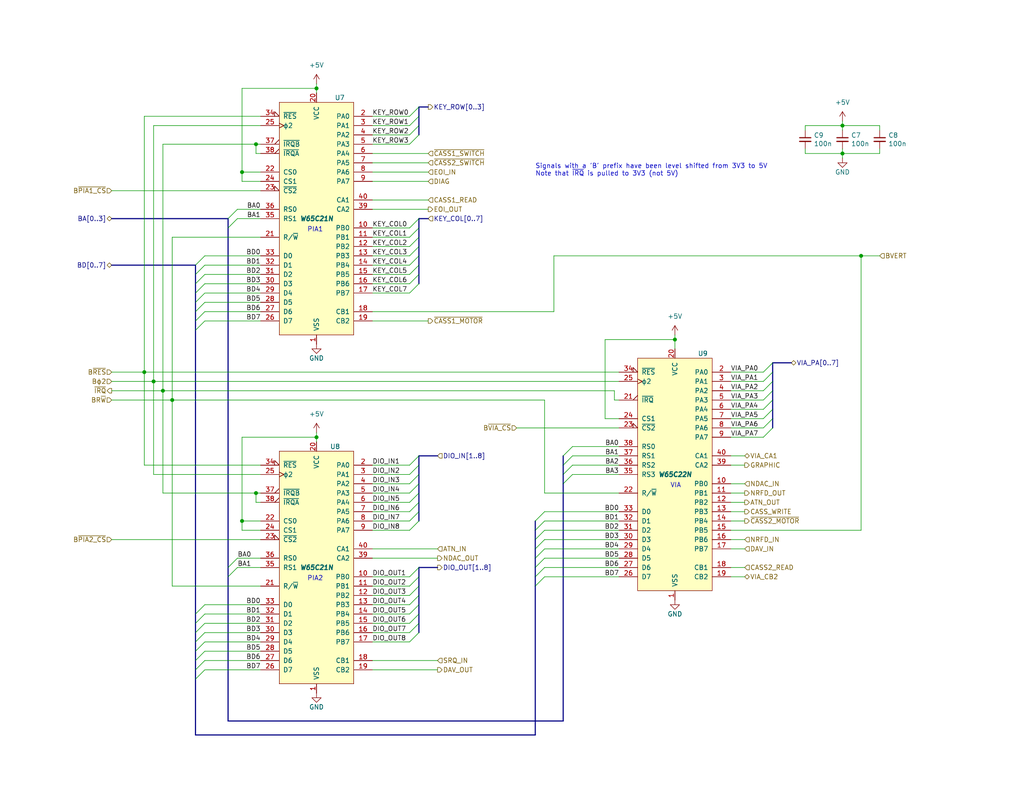
<source format=kicad_sch>
(kicad_sch (version 20211123) (generator eeschema)
  (paper "A")
  (title_block (title "CBM PET Mainboard Replacement"))
  (lib_symbols
    (symbol "Device:C_Small" (pin_numbers hide) (pin_names (offset 0.254) hide)
      (property "Reference" "C" (at 0.254 1.778 0))
      (property "Value" "C_Small" (at 0.254 -2.032 0))
      (symbol "C_Small_0_1"
        (polyline (pts (xy -1.524 -0.508) (xy 1.524 -0.508)) (stroke (width 0.3302)))
        (polyline (pts (xy -1.524 0.508) (xy 1.524 0.508)) (stroke (width 0.3048)))
      )
      (symbol "C_Small_1_1"
        (pin passive line (at 0 2.54 270) (length 2.032) (name "~") (number "1"))
        (pin passive line (at 0 -2.54 90) (length 2.032) (name "~") (number "2"))
      )
    )
    (symbol "Mainboard-rescue:W65C21NxP-PET" (pin_names (offset 1.016))
      (property "Reference" "U" (at -10.16 33.02 0))
      (property "Value" "W65C21NxP-PET" (at 0 0 90))
      (symbol "W65C21NxP-PET_0_1"
        (rectangle (start -10.16 31.75) (end 10.16 -31.75) (fill (type background)))
      )
      (symbol "W65C21NxP-PET_1_1"
        (pin power_in line (at 0 -34.29 90) (length 2.54) (name "VSS") (number "1"))
        (pin bidirectional line (at 15.24 -2.54 180) (length 5.08) (name "PB0") (number "10"))
        (pin bidirectional line (at 15.24 -5.08 180) (length 5.08) (name "PB1") (number "11"))
        (pin bidirectional line (at 15.24 -7.62 180) (length 5.08) (name "PB2") (number "12"))
        (pin bidirectional line (at 15.24 -10.16 180) (length 5.08) (name "PB3") (number "13"))
        (pin bidirectional line (at 15.24 -12.7 180) (length 5.08) (name "PB4") (number "14"))
        (pin bidirectional line (at 15.24 -15.24 180) (length 5.08) (name "PB5") (number "15"))
        (pin bidirectional line (at 15.24 -17.78 180) (length 5.08) (name "PB6") (number "16"))
        (pin bidirectional line (at 15.24 -20.32 180) (length 5.08) (name "PB7") (number "17"))
        (pin input line (at 15.24 -25.4 180) (length 5.08) (name "CB1") (number "18"))
        (pin bidirectional line (at 15.24 -27.94 180) (length 5.08) (name "CB2") (number "19"))
        (pin bidirectional line (at 15.24 27.94 180) (length 5.08) (name "PA0") (number "2"))
        (pin power_in line (at 0 34.29 270) (length 2.54) (name "VCC") (number "20"))
        (pin input line (at -15.24 -5.08 0) (length 5.08) (name "R/~{W}") (number "21"))
        (pin input line (at -15.24 12.7 0) (length 5.08) (name "CS0") (number "22"))
        (pin input input_low (at -15.24 7.62 0) (length 5.08) (name "~{CS2}") (number "23"))
        (pin input line (at -15.24 10.16 0) (length 5.08) (name "CS1") (number "24"))
        (pin input clock (at -15.24 25.4 0) (length 5.08) (name "ϕ2") (number "25"))
        (pin bidirectional line (at -15.24 -27.94 0) (length 5.08) (name "D7") (number "26"))
        (pin bidirectional line (at -15.24 -25.4 0) (length 5.08) (name "D6") (number "27"))
        (pin bidirectional line (at -15.24 -22.86 0) (length 5.08) (name "D5") (number "28"))
        (pin bidirectional line (at -15.24 -20.32 0) (length 5.08) (name "D4") (number "29"))
        (pin bidirectional line (at 15.24 25.4 180) (length 5.08) (name "PA1") (number "3"))
        (pin bidirectional line (at -15.24 -17.78 0) (length 5.08) (name "D3") (number "30"))
        (pin bidirectional line (at -15.24 -15.24 0) (length 5.08) (name "D2") (number "31"))
        (pin bidirectional line (at -15.24 -12.7 0) (length 5.08) (name "D1") (number "32"))
        (pin bidirectional line (at -15.24 -10.16 0) (length 5.08) (name "D0") (number "33"))
        (pin input input_low (at -15.24 27.94 0) (length 5.08) (name "~{RES}") (number "34"))
        (pin input line (at -15.24 0 0) (length 5.08) (name "RS1") (number "35"))
        (pin input line (at -15.24 2.54 0) (length 5.08) (name "RS0") (number "36"))
        (pin open_collector output_low (at -15.24 20.32 0) (length 5.08) (name "~{IRQB}") (number "37"))
        (pin open_collector output_low (at -15.24 17.78 0) (length 5.08) (name "~{IRQA}") (number "38"))
        (pin bidirectional line (at 15.24 2.54 180) (length 5.08) (name "CA2") (number "39"))
        (pin bidirectional line (at 15.24 22.86 180) (length 5.08) (name "PA2") (number "4"))
        (pin input line (at 15.24 5.08 180) (length 5.08) (name "CA1") (number "40"))
        (pin bidirectional line (at 15.24 20.32 180) (length 5.08) (name "PA3") (number "5"))
        (pin bidirectional line (at 15.24 17.78 180) (length 5.08) (name "PA4") (number "6"))
        (pin bidirectional line (at 15.24 15.24 180) (length 5.08) (name "PA5") (number "7"))
        (pin bidirectional line (at 15.24 12.7 180) (length 5.08) (name "PA6") (number "8"))
        (pin bidirectional line (at 15.24 10.16 180) (length 5.08) (name "PA7") (number "9"))
      )
    )
    (symbol "Mainboard-rescue:W65C22NxP-PET" (pin_names (offset 1.016))
      (property "Reference" "U" (at -10.16 33.02 0))
      (property "Value" "W65C22NxP-PET" (at 0 0 90))
      (symbol "W65C22NxP-PET_0_1"
        (rectangle (start -10.16 31.75) (end 10.16 -31.75) (fill (type background)))
      )
      (symbol "W65C22NxP-PET_1_1"
        (pin power_in line (at 0 -34.29 90) (length 2.54) (name "VSS") (number "1"))
        (pin bidirectional line (at 15.24 -2.54 180) (length 5.08) (name "PB0") (number "10"))
        (pin bidirectional line (at 15.24 -5.08 180) (length 5.08) (name "PB1") (number "11"))
        (pin bidirectional line (at 15.24 -7.62 180) (length 5.08) (name "PB2") (number "12"))
        (pin bidirectional line (at 15.24 -10.16 180) (length 5.08) (name "PB3") (number "13"))
        (pin bidirectional line (at 15.24 -12.7 180) (length 5.08) (name "PB4") (number "14"))
        (pin bidirectional line (at 15.24 -15.24 180) (length 5.08) (name "PB5") (number "15"))
        (pin bidirectional line (at 15.24 -17.78 180) (length 5.08) (name "PB6") (number "16"))
        (pin bidirectional line (at 15.24 -20.32 180) (length 5.08) (name "PB7") (number "17"))
        (pin input line (at 15.24 -25.4 180) (length 5.08) (name "CB1") (number "18"))
        (pin bidirectional line (at 15.24 -27.94 180) (length 5.08) (name "CB2") (number "19"))
        (pin bidirectional line (at 15.24 27.94 180) (length 5.08) (name "PA0") (number "2"))
        (pin power_in line (at 0 34.29 270) (length 2.54) (name "VCC") (number "20"))
        (pin open_collector output_low (at -15.24 20.32 0) (length 5.08) (name "~{IRQ}") (number "21"))
        (pin input line (at -15.24 -5.08 0) (length 5.08) (name "R/~{W}") (number "22"))
        (pin input input_low (at -15.24 12.7 0) (length 5.08) (name "~{CS2}") (number "23"))
        (pin input line (at -15.24 15.24 0) (length 5.08) (name "CS1") (number "24"))
        (pin input clock (at -15.24 25.4 0) (length 5.08) (name "ϕ2") (number "25"))
        (pin bidirectional line (at -15.24 -27.94 0) (length 5.08) (name "D7") (number "26"))
        (pin bidirectional line (at -15.24 -25.4 0) (length 5.08) (name "D6") (number "27"))
        (pin bidirectional line (at -15.24 -22.86 0) (length 5.08) (name "D5") (number "28"))
        (pin bidirectional line (at -15.24 -20.32 0) (length 5.08) (name "D4") (number "29"))
        (pin bidirectional line (at 15.24 25.4 180) (length 5.08) (name "PA1") (number "3"))
        (pin bidirectional line (at -15.24 -17.78 0) (length 5.08) (name "D3") (number "30"))
        (pin bidirectional line (at -15.24 -15.24 0) (length 5.08) (name "D2") (number "31"))
        (pin bidirectional line (at -15.24 -12.7 0) (length 5.08) (name "D1") (number "32"))
        (pin bidirectional line (at -15.24 -10.16 0) (length 5.08) (name "D0") (number "33"))
        (pin input input_low (at -15.24 27.94 0) (length 5.08) (name "~{RES}") (number "34"))
        (pin input line (at -15.24 0 0) (length 5.08) (name "RS3") (number "35"))
        (pin input line (at -15.24 2.54 0) (length 5.08) (name "RS2") (number "36"))
        (pin input line (at -15.24 5.08 0) (length 5.08) (name "RS1") (number "37"))
        (pin input line (at -15.24 7.62 0) (length 5.08) (name "RS0") (number "38"))
        (pin bidirectional line (at 15.24 2.54 180) (length 5.08) (name "CA2") (number "39"))
        (pin bidirectional line (at 15.24 22.86 180) (length 5.08) (name "PA2") (number "4"))
        (pin input line (at 15.24 5.08 180) (length 5.08) (name "CA1") (number "40"))
        (pin bidirectional line (at 15.24 20.32 180) (length 5.08) (name "PA3") (number "5"))
        (pin bidirectional line (at 15.24 17.78 180) (length 5.08) (name "PA4") (number "6"))
        (pin bidirectional line (at 15.24 15.24 180) (length 5.08) (name "PA5") (number "7"))
        (pin bidirectional line (at 15.24 12.7 180) (length 5.08) (name "PA6") (number "8"))
        (pin bidirectional line (at 15.24 10.16 180) (length 5.08) (name "PA7") (number "9"))
      )
    )
    (symbol "power:+5V" (power) (pin_names (offset 0))
      (property "Value" "+5V" (at 0 3.556 0))
      (symbol "+5V_0_1"
        (polyline (pts (xy -0.762 1.27) (xy 0 2.54)))
        (polyline (pts (xy 0 0) (xy 0 2.54)))
        (polyline (pts (xy 0 2.54) (xy 0.762 1.27)))
      )
      (symbol "+5V_1_1"
        (pin power_in line (at 0 0 90) (length 0) hide (name "+5V") (number "1"))
      )
    )
    (symbol "power:GND" (power) (pin_names (offset 0))
      (property "Value" "GND" (at 0 -3.81 0))
      (symbol "GND_0_1"
        (polyline (pts (xy 0 0) (xy 0 -1.27) (xy 1.27 -1.27) (xy 0 -2.54) (xy -1.27 -1.27) (xy 0 -1.27)))
      )
      (symbol "GND_1_1"
        (pin power_in line (at 0 0 270) (length 0) hide (name "GND") (number "1"))
      )
    )
  )
  (junction (at 229.87 34.29))
  (junction (at 86.36 119.38))
  (junction (at 69.85 134.62))
  (junction (at 184.15 92.71))
  (junction (at 66.04 142.24))
  (junction (at 66.04 46.99))
  (junction (at 44.45 106.68))
  (junction (at 229.87 41.91))
  (junction (at 86.36 24.13))
  (junction (at 69.85 39.37))
  (junction (at 234.95 69.85))
  (junction (at 41.91 104.14))
  (junction (at 46.99 109.22))
  (junction (at 39.37 101.6))
  (bus_entry (at 55.88 165.1) (size -2.54 2.54))
  (bus_entry (at 55.88 87.63) (size -2.54 2.54))
  (bus_entry (at 156.21 121.92) (size -2.54 2.54))
  (bus_entry (at 111.76 77.47) (size 2.54 -2.54))
  (bus_entry (at 114.3 162.56) (size -2.54 2.54))
  (bus_entry (at 208.28 116.84) (size 2.54 -2.54))
  (bus_entry (at 64.77 59.69) (size -2.54 2.54))
  (bus_entry (at 148.59 154.94) (size -2.54 2.54))
  (bus_entry (at 55.88 167.64) (size -2.54 2.54))
  (bus_entry (at 208.28 106.68) (size 2.54 -2.54))
  (bus_entry (at 114.3 160.02) (size -2.54 2.54))
  (bus_entry (at 208.28 101.6) (size 2.54 -2.54))
  (bus_entry (at 114.3 29.21) (size -2.54 2.54))
  (bus_entry (at 111.76 80.01) (size 2.54 -2.54))
  (bus_entry (at 114.3 31.75) (size -2.54 2.54))
  (bus_entry (at 55.88 74.93) (size -2.54 2.54))
  (bus_entry (at 148.59 139.7) (size -2.54 2.54))
  (bus_entry (at 111.76 72.39) (size 2.54 -2.54))
  (bus_entry (at 114.3 36.83) (size -2.54 2.54))
  (bus_entry (at 111.76 62.23) (size 2.54 -2.54))
  (bus_entry (at 114.3 134.62) (size -2.54 2.54))
  (bus_entry (at 114.3 142.24) (size -2.54 2.54))
  (bus_entry (at 208.28 119.38) (size 2.54 -2.54))
  (bus_entry (at 64.77 152.4) (size -2.54 2.54))
  (bus_entry (at 111.76 74.93) (size 2.54 -2.54))
  (bus_entry (at 55.88 80.01) (size -2.54 2.54))
  (bus_entry (at 114.3 170.18) (size -2.54 2.54))
  (bus_entry (at 156.21 124.46) (size -2.54 2.54))
  (bus_entry (at 114.3 129.54) (size -2.54 2.54))
  (bus_entry (at 114.3 34.29) (size -2.54 2.54))
  (bus_entry (at 208.28 109.22) (size 2.54 -2.54))
  (bus_entry (at 55.88 85.09) (size -2.54 2.54))
  (bus_entry (at 114.3 139.7) (size -2.54 2.54))
  (bus_entry (at 55.88 175.26) (size -2.54 2.54))
  (bus_entry (at 148.59 144.78) (size -2.54 2.54))
  (bus_entry (at 148.59 142.24) (size -2.54 2.54))
  (bus_entry (at 148.59 157.48) (size -2.54 2.54))
  (bus_entry (at 148.59 147.32) (size -2.54 2.54))
  (bus_entry (at 111.76 64.77) (size 2.54 -2.54))
  (bus_entry (at 114.3 124.46) (size -2.54 2.54))
  (bus_entry (at 114.3 167.64) (size -2.54 2.54))
  (bus_entry (at 156.21 129.54) (size -2.54 2.54))
  (bus_entry (at 208.28 111.76) (size 2.54 -2.54))
  (bus_entry (at 156.21 127) (size -2.54 2.54))
  (bus_entry (at 55.88 170.18) (size -2.54 2.54))
  (bus_entry (at 111.76 69.85) (size 2.54 -2.54))
  (bus_entry (at 64.77 154.94) (size -2.54 2.54))
  (bus_entry (at 114.3 165.1) (size -2.54 2.54))
  (bus_entry (at 55.88 177.8) (size -2.54 2.54))
  (bus_entry (at 55.88 77.47) (size -2.54 2.54))
  (bus_entry (at 55.88 180.34) (size -2.54 2.54))
  (bus_entry (at 55.88 172.72) (size -2.54 2.54))
  (bus_entry (at 148.59 149.86) (size -2.54 2.54))
  (bus_entry (at 55.88 69.85) (size -2.54 2.54))
  (bus_entry (at 114.3 172.72) (size -2.54 2.54))
  (bus_entry (at 114.3 132.08) (size -2.54 2.54))
  (bus_entry (at 114.3 157.48) (size -2.54 2.54))
  (bus_entry (at 114.3 127) (size -2.54 2.54))
  (bus_entry (at 64.77 57.15) (size -2.54 2.54))
  (bus_entry (at 111.76 67.31) (size 2.54 -2.54))
  (bus_entry (at 208.28 104.14) (size 2.54 -2.54))
  (bus_entry (at 114.3 137.16) (size -2.54 2.54))
  (bus_entry (at 148.59 152.4) (size -2.54 2.54))
  (bus_entry (at 55.88 82.55) (size -2.54 2.54))
  (bus_entry (at 208.28 114.3) (size 2.54 -2.54))
  (bus_entry (at 55.88 72.39) (size -2.54 2.54))
  (bus_entry (at 55.88 182.88) (size -2.54 2.54))
  (bus_entry (at 114.3 154.94) (size -2.54 2.54))
  (wire (pts (xy 101.6 170.18) (xy 111.76 170.18)))
  (wire (pts (xy 69.85 137.16) (xy 69.85 134.62)))
  (wire (pts (xy 71.12 129.54) (xy 41.91 129.54)))
  (bus (pts (xy 114.3 162.56) (xy 114.3 165.1)))
  (wire (pts (xy 101.6 44.45) (xy 116.84 44.45)))
  (wire (pts (xy 55.88 182.88) (xy 71.12 182.88)))
  (wire (pts (xy 101.6 127) (xy 111.76 127)))
  (wire (pts (xy 148.59 134.62) (xy 148.59 109.22)))
  (bus (pts (xy 146.05 149.86) (xy 146.05 152.4)))
  (wire (pts (xy 203.2 124.46) (xy 199.39 124.46)))
  (wire (pts (xy 101.6 87.63) (xy 116.84 87.63)))
  (bus (pts (xy 114.3 154.94) (xy 114.3 157.48)))
  (wire (pts (xy 71.12 144.78) (xy 66.04 144.78)))
  (bus (pts (xy 114.3 31.75) (xy 114.3 34.29)))
  (wire (pts (xy 229.87 34.29) (xy 219.71 34.29)))
  (bus (pts (xy 114.3 137.16) (xy 114.3 139.7)))
  (wire (pts (xy 199.39 106.68) (xy 208.28 106.68)))
  (wire (pts (xy 101.6 49.53) (xy 116.84 49.53)))
  (wire (pts (xy 184.15 91.44) (xy 184.15 92.71)))
  (wire (pts (xy 39.37 101.6) (xy 168.91 101.6)))
  (wire (pts (xy 199.39 137.16) (xy 203.2 137.16)))
  (bus (pts (xy 114.3 124.46) (xy 114.3 127)))
  (wire (pts (xy 199.39 104.14) (xy 208.28 104.14)))
  (wire (pts (xy 165.1 92.71) (xy 184.15 92.71)))
  (wire (pts (xy 234.95 69.85) (xy 234.95 144.78)))
  (wire (pts (xy 86.36 118.11) (xy 86.36 119.38)))
  (wire (pts (xy 55.88 82.55) (xy 71.12 82.55)))
  (wire (pts (xy 101.6 175.26) (xy 111.76 175.26)))
  (wire (pts (xy 55.88 74.93) (xy 71.12 74.93)))
  (wire (pts (xy 240.03 41.91) (xy 240.03 40.64)))
  (wire (pts (xy 71.12 137.16) (xy 69.85 137.16)))
  (bus (pts (xy 114.3 34.29) (xy 114.3 36.83)))
  (bus (pts (xy 62.23 154.94) (xy 62.23 157.48)))
  (wire (pts (xy 151.13 69.85) (xy 234.95 69.85)))
  (wire (pts (xy 219.71 41.91) (xy 219.71 40.64)))
  (wire (pts (xy 111.76 77.47) (xy 101.6 77.47)))
  (wire (pts (xy 44.45 134.62) (xy 44.45 106.68)))
  (wire (pts (xy 101.6 129.54) (xy 111.76 129.54)))
  (wire (pts (xy 101.6 167.64) (xy 111.76 167.64)))
  (bus (pts (xy 153.67 127) (xy 153.67 129.54)))
  (wire (pts (xy 240.03 34.29) (xy 229.87 34.29)))
  (wire (pts (xy 86.36 119.38) (xy 86.36 120.65)))
  (wire (pts (xy 184.15 92.71) (xy 184.15 95.25)))
  (wire (pts (xy 199.39 142.24) (xy 203.2 142.24)))
  (wire (pts (xy 101.6 162.56) (xy 111.76 162.56)))
  (wire (pts (xy 199.39 111.76) (xy 208.28 111.76)))
  (wire (pts (xy 148.59 152.4) (xy 168.91 152.4)))
  (wire (pts (xy 148.59 109.22) (xy 46.99 109.22)))
  (wire (pts (xy 69.85 134.62) (xy 44.45 134.62)))
  (bus (pts (xy 53.34 172.72) (xy 53.34 175.26)))
  (wire (pts (xy 64.77 59.69) (xy 71.12 59.69)))
  (wire (pts (xy 199.39 144.78) (xy 234.95 144.78)))
  (wire (pts (xy 55.88 80.01) (xy 71.12 80.01)))
  (wire (pts (xy 55.88 165.1) (xy 71.12 165.1)))
  (bus (pts (xy 53.34 182.88) (xy 53.34 185.42)))
  (bus (pts (xy 114.3 134.62) (xy 114.3 137.16)))
  (wire (pts (xy 148.59 154.94) (xy 168.91 154.94)))
  (bus (pts (xy 210.82 99.06) (xy 215.9 99.06)))
  (bus (pts (xy 114.3 64.77) (xy 114.3 67.31)))
  (bus (pts (xy 146.05 160.02) (xy 146.05 200.66)))
  (wire (pts (xy 66.04 144.78) (xy 66.04 142.24)))
  (wire (pts (xy 46.99 160.02) (xy 46.99 109.22)))
  (wire (pts (xy 111.76 62.23) (xy 101.6 62.23)))
  (bus (pts (xy 114.3 72.39) (xy 114.3 74.93)))
  (bus (pts (xy 62.23 59.69) (xy 62.23 62.23)))
  (bus (pts (xy 210.82 114.3) (xy 210.82 116.84)))
  (wire (pts (xy 66.04 119.38) (xy 86.36 119.38)))
  (wire (pts (xy 111.76 31.75) (xy 101.6 31.75)))
  (bus (pts (xy 114.3 167.64) (xy 114.3 170.18)))
  (bus (pts (xy 114.3 69.85) (xy 114.3 72.39)))
  (wire (pts (xy 55.88 85.09) (xy 71.12 85.09)))
  (wire (pts (xy 156.21 121.92) (xy 168.91 121.92)))
  (wire (pts (xy 148.59 157.48) (xy 168.91 157.48)))
  (wire (pts (xy 199.39 116.84) (xy 208.28 116.84)))
  (wire (pts (xy 71.12 34.29) (xy 41.91 34.29)))
  (wire (pts (xy 101.6 41.91) (xy 116.84 41.91)))
  (wire (pts (xy 101.6 57.15) (xy 116.84 57.15)))
  (wire (pts (xy 44.45 106.68) (xy 167.64 106.68)))
  (wire (pts (xy 101.6 157.48) (xy 111.76 157.48)))
  (wire (pts (xy 151.13 69.85) (xy 151.13 85.09)))
  (bus (pts (xy 53.34 82.55) (xy 53.34 85.09)))
  (wire (pts (xy 111.76 64.77) (xy 101.6 64.77)))
  (wire (pts (xy 168.91 124.46) (xy 156.21 124.46)))
  (wire (pts (xy 101.6 172.72) (xy 111.76 172.72)))
  (wire (pts (xy 71.12 49.53) (xy 66.04 49.53)))
  (wire (pts (xy 101.6 46.99) (xy 116.84 46.99)))
  (bus (pts (xy 114.3 59.69) (xy 116.84 59.69)))
  (bus (pts (xy 146.05 142.24) (xy 146.05 144.78)))
  (wire (pts (xy 229.87 41.91) (xy 219.71 41.91)))
  (wire (pts (xy 148.59 147.32) (xy 168.91 147.32)))
  (wire (pts (xy 41.91 34.29) (xy 41.91 104.14)))
  (wire (pts (xy 69.85 39.37) (xy 44.45 39.37)))
  (wire (pts (xy 229.87 43.18) (xy 229.87 41.91)))
  (wire (pts (xy 64.77 57.15) (xy 71.12 57.15)))
  (bus (pts (xy 62.23 59.69) (xy 30.48 59.69)))
  (bus (pts (xy 114.3 160.02) (xy 114.3 162.56)))
  (wire (pts (xy 101.6 182.88) (xy 119.38 182.88)))
  (wire (pts (xy 168.91 134.62) (xy 148.59 134.62)))
  (wire (pts (xy 101.6 180.34) (xy 119.38 180.34)))
  (wire (pts (xy 71.12 31.75) (xy 39.37 31.75)))
  (wire (pts (xy 71.12 147.32) (xy 30.48 147.32)))
  (wire (pts (xy 101.6 160.02) (xy 111.76 160.02)))
  (wire (pts (xy 101.6 85.09) (xy 151.13 85.09)))
  (wire (pts (xy 101.6 165.1) (xy 111.76 165.1)))
  (wire (pts (xy 199.39 147.32) (xy 203.2 147.32)))
  (wire (pts (xy 165.1 114.3) (xy 165.1 92.71)))
  (wire (pts (xy 234.95 69.85) (xy 240.03 69.85)))
  (wire (pts (xy 101.6 144.78) (xy 111.76 144.78)))
  (wire (pts (xy 111.76 36.83) (xy 101.6 36.83)))
  (wire (pts (xy 203.2 157.48) (xy 199.39 157.48)))
  (wire (pts (xy 55.88 69.85) (xy 71.12 69.85)))
  (wire (pts (xy 111.76 69.85) (xy 101.6 69.85)))
  (bus (pts (xy 210.82 111.76) (xy 210.82 114.3)))
  (wire (pts (xy 199.39 134.62) (xy 203.2 134.62)))
  (bus (pts (xy 114.3 29.21) (xy 114.3 31.75)))
  (wire (pts (xy 71.12 41.91) (xy 69.85 41.91)))
  (wire (pts (xy 199.39 132.08) (xy 203.2 132.08)))
  (wire (pts (xy 111.76 74.93) (xy 101.6 74.93)))
  (bus (pts (xy 153.67 124.46) (xy 153.67 127)))
  (wire (pts (xy 229.87 41.91) (xy 229.87 40.64)))
  (bus (pts (xy 53.34 77.47) (xy 53.34 80.01)))
  (wire (pts (xy 165.1 114.3) (xy 168.91 114.3)))
  (bus (pts (xy 53.34 80.01) (xy 53.34 82.55)))
  (wire (pts (xy 69.85 41.91) (xy 69.85 39.37)))
  (wire (pts (xy 148.59 142.24) (xy 168.91 142.24)))
  (wire (pts (xy 41.91 104.14) (xy 168.91 104.14)))
  (wire (pts (xy 101.6 142.24) (xy 111.76 142.24)))
  (bus (pts (xy 114.3 74.93) (xy 114.3 77.47)))
  (wire (pts (xy 101.6 54.61) (xy 116.84 54.61)))
  (bus (pts (xy 53.34 85.09) (xy 53.34 87.63)))
  (wire (pts (xy 46.99 64.77) (xy 46.99 109.22)))
  (wire (pts (xy 229.87 34.29) (xy 229.87 35.56)))
  (bus (pts (xy 53.34 175.26) (xy 53.34 177.8)))
  (wire (pts (xy 240.03 35.56) (xy 240.03 34.29)))
  (wire (pts (xy 55.88 172.72) (xy 71.12 172.72)))
  (wire (pts (xy 156.21 129.54) (xy 168.91 129.54)))
  (wire (pts (xy 111.76 67.31) (xy 101.6 67.31)))
  (wire (pts (xy 39.37 127) (xy 39.37 101.6)))
  (wire (pts (xy 44.45 39.37) (xy 44.45 106.68)))
  (wire (pts (xy 86.36 24.13) (xy 86.36 22.86)))
  (wire (pts (xy 71.12 52.07) (xy 30.48 52.07)))
  (wire (pts (xy 69.85 134.62) (xy 71.12 134.62)))
  (bus (pts (xy 146.05 152.4) (xy 146.05 154.94)))
  (wire (pts (xy 55.88 87.63) (xy 71.12 87.63)))
  (wire (pts (xy 71.12 64.77) (xy 46.99 64.77)))
  (wire (pts (xy 199.39 114.3) (xy 208.28 114.3)))
  (wire (pts (xy 66.04 142.24) (xy 71.12 142.24)))
  (bus (pts (xy 53.34 177.8) (xy 53.34 180.34)))
  (bus (pts (xy 146.05 154.94) (xy 146.05 157.48)))
  (wire (pts (xy 111.76 39.37) (xy 101.6 39.37)))
  (wire (pts (xy 101.6 132.08) (xy 111.76 132.08)))
  (bus (pts (xy 53.34 87.63) (xy 53.34 90.17)))
  (bus (pts (xy 53.34 185.42) (xy 53.34 200.66)))
  (bus (pts (xy 114.3 127) (xy 114.3 129.54)))
  (wire (pts (xy 111.76 80.01) (xy 101.6 80.01)))
  (wire (pts (xy 148.59 139.7) (xy 168.91 139.7)))
  (wire (pts (xy 219.71 34.29) (xy 219.71 35.56)))
  (wire (pts (xy 101.6 152.4) (xy 119.38 152.4)))
  (wire (pts (xy 55.88 170.18) (xy 71.12 170.18)))
  (wire (pts (xy 167.64 106.68) (xy 167.64 109.22)))
  (bus (pts (xy 146.05 144.78) (xy 146.05 147.32)))
  (wire (pts (xy 55.88 72.39) (xy 71.12 72.39)))
  (bus (pts (xy 153.67 129.54) (xy 153.67 132.08)))
  (bus (pts (xy 114.3 129.54) (xy 114.3 132.08)))
  (bus (pts (xy 114.3 124.46) (xy 119.38 124.46)))
  (wire (pts (xy 199.39 127) (xy 203.2 127)))
  (wire (pts (xy 30.48 106.68) (xy 44.45 106.68)))
  (bus (pts (xy 210.82 101.6) (xy 210.82 104.14)))
  (wire (pts (xy 71.12 127) (xy 39.37 127)))
  (wire (pts (xy 64.77 154.94) (xy 71.12 154.94)))
  (wire (pts (xy 156.21 127) (xy 168.91 127)))
  (bus (pts (xy 62.23 196.85) (xy 153.67 196.85)))
  (wire (pts (xy 55.88 180.34) (xy 71.12 180.34)))
  (bus (pts (xy 114.3 67.31) (xy 114.3 69.85)))
  (wire (pts (xy 101.6 137.16) (xy 111.76 137.16)))
  (wire (pts (xy 66.04 24.13) (xy 66.04 46.99)))
  (bus (pts (xy 153.67 132.08) (xy 153.67 196.85)))
  (wire (pts (xy 86.36 24.13) (xy 66.04 24.13)))
  (wire (pts (xy 111.76 34.29) (xy 101.6 34.29)))
  (wire (pts (xy 148.59 149.86) (xy 168.91 149.86)))
  (bus (pts (xy 30.48 72.39) (xy 53.34 72.39)))
  (wire (pts (xy 199.39 101.6) (xy 208.28 101.6)))
  (wire (pts (xy 66.04 142.24) (xy 66.04 119.38)))
  (wire (pts (xy 229.87 41.91) (xy 240.03 41.91)))
  (bus (pts (xy 114.3 165.1) (xy 114.3 167.64)))
  (wire (pts (xy 66.04 49.53) (xy 66.04 46.99)))
  (wire (pts (xy 167.64 109.22) (xy 168.91 109.22)))
  (bus (pts (xy 146.05 157.48) (xy 146.05 160.02)))
  (wire (pts (xy 39.37 101.6) (xy 30.48 101.6)))
  (wire (pts (xy 86.36 24.13) (xy 86.36 25.4)))
  (bus (pts (xy 210.82 109.22) (xy 210.82 111.76)))
  (wire (pts (xy 199.39 109.22) (xy 208.28 109.22)))
  (wire (pts (xy 148.59 144.78) (xy 168.91 144.78)))
  (bus (pts (xy 114.3 29.21) (xy 116.84 29.21)))
  (wire (pts (xy 101.6 139.7) (xy 111.76 139.7)))
  (wire (pts (xy 199.39 139.7) (xy 203.2 139.7)))
  (bus (pts (xy 114.3 62.23) (xy 114.3 64.77)))
  (wire (pts (xy 55.88 77.47) (xy 71.12 77.47)))
  (bus (pts (xy 114.3 139.7) (xy 114.3 142.24)))
  (bus (pts (xy 53.34 167.64) (xy 53.34 170.18)))
  (bus (pts (xy 146.05 147.32) (xy 146.05 149.86)))
  (bus (pts (xy 53.34 74.93) (xy 53.34 77.47)))
  (bus (pts (xy 114.3 157.48) (xy 114.3 160.02)))
  (bus (pts (xy 114.3 132.08) (xy 114.3 134.62)))
  (wire (pts (xy 39.37 31.75) (xy 39.37 101.6)))
  (wire (pts (xy 55.88 167.64) (xy 71.12 167.64)))
  (bus (pts (xy 62.23 157.48) (xy 62.23 196.85)))
  (bus (pts (xy 114.3 154.94) (xy 119.38 154.94)))
  (wire (pts (xy 229.87 33.02) (xy 229.87 34.29)))
  (bus (pts (xy 62.23 62.23) (xy 62.23 154.94)))
  (wire (pts (xy 199.39 154.94) (xy 203.2 154.94)))
  (wire (pts (xy 41.91 129.54) (xy 41.91 104.14)))
  (bus (pts (xy 53.34 90.17) (xy 53.34 167.64)))
  (wire (pts (xy 30.48 109.22) (xy 46.99 109.22)))
  (wire (pts (xy 55.88 175.26) (xy 71.12 175.26)))
  (wire (pts (xy 101.6 149.86) (xy 119.38 149.86)))
  (wire (pts (xy 69.85 39.37) (xy 71.12 39.37)))
  (bus (pts (xy 53.34 180.34) (xy 53.34 182.88)))
  (bus (pts (xy 53.34 72.39) (xy 53.34 74.93)))
  (bus (pts (xy 53.34 170.18) (xy 53.34 172.72)))
  (wire (pts (xy 71.12 160.02) (xy 46.99 160.02)))
  (bus (pts (xy 114.3 170.18) (xy 114.3 172.72)))
  (bus (pts (xy 210.82 106.68) (xy 210.82 109.22)))
  (bus (pts (xy 114.3 59.69) (xy 114.3 62.23)))
  (wire (pts (xy 140.97 116.84) (xy 168.91 116.84)))
  (wire (pts (xy 55.88 177.8) (xy 71.12 177.8)))
  (bus (pts (xy 53.34 200.66) (xy 146.05 200.66)))
  (wire (pts (xy 66.04 46.99) (xy 71.12 46.99)))
  (wire (pts (xy 111.76 72.39) (xy 101.6 72.39)))
  (wire (pts (xy 199.39 149.86) (xy 203.2 149.86)))
  (bus (pts (xy 210.82 104.14) (xy 210.82 106.68)))
  (wire (pts (xy 199.39 119.38) (xy 208.28 119.38)))
  (wire (pts (xy 64.77 152.4) (xy 71.12 152.4)))
  (wire (pts (xy 30.48 104.14) (xy 41.91 104.14)))
  (bus (pts (xy 210.82 99.06) (xy 210.82 101.6)))
  (wire (pts (xy 101.6 134.62) (xy 111.76 134.62)))
  (text "PIA2" (at 83.82 158.75 0) (effects (font (size 1.27 1.27)) (justify left bottom)))
  (text "PIA1" (at 83.82 63.5 0) (effects (font (size 1.27 1.27)) (justify left bottom)))
  (text "VIA" (at 182.88 133.35 0) (effects (font (size 1.27 1.27)) (justify left bottom)))
  (text "Signals with a 'B' prefix have been level shifted from 3V3 to 5V\nNote that ~{IRQ} is pulled to 3V3 (not 5V)" (at 146.05 48.26 0) (effects (font (size 1.27 1.27)) (justify left bottom)))
  (label "KEY_COL5" (at 101.6 74.93 0))
  (label "BA1" (at 71.12 59.69 180))
  (label "BD2" (at 168.91 144.78 180))
  (label "BA0" (at 165.1 121.92 0))
  (label "BD3" (at 71.12 77.47 180))
  (label "BD3" (at 71.12 172.72 180))
  (label "BD5" (at 168.91 152.4 180))
  (label "VIA_PA2" (at 199.39 106.68 0))
  (label "VIA_PA7" (at 199.39 119.38 0))
  (label "DIO_OUT3" (at 101.6 162.56 0))
  (label "DIO_OUT6" (at 101.6 170.18 0))
  (label "DIO_IN6" (at 101.6 139.7 0))
  (label "BD1" (at 71.12 167.64 180))
  (label "VIA_PA0" (at 199.39 101.6 0))
  (label "BD4" (at 71.12 80.01 180))
  (label "BA3" (at 165.1 129.54 0))
  (label "BD2" (at 71.12 74.93 180))
  (label "KEY_COL1" (at 101.6 64.77 0))
  (label "BD0" (at 168.91 139.7 180))
  (label "BD7" (at 71.12 182.88 180))
  (label "BD5" (at 71.12 82.55 180))
  (label "KEY_COL4" (at 101.6 72.39 0))
  (label "VIA_PA3" (at 199.39 109.22 0))
  (label "BD1" (at 71.12 72.39 180))
  (label "BD3" (at 168.91 147.32 180))
  (label "BA0" (at 68.58 152.4 180))
  (label "VIA_PA6" (at 199.39 116.84 0))
  (label "DIO_IN2" (at 101.6 129.54 0))
  (label "BD5" (at 71.12 177.8 180))
  (label "DIO_OUT5" (at 101.6 167.64 0))
  (label "BD4" (at 71.12 175.26 180))
  (label "DIO_IN3" (at 101.6 132.08 0))
  (label "BD7" (at 71.12 87.63 180))
  (label "BA2" (at 165.1 127 0))
  (label "DIO_IN5" (at 101.6 137.16 0))
  (label "VIA_PA4" (at 199.39 111.76 0))
  (label "KEY_COL7" (at 101.6 80.01 0))
  (label "KEY_ROW3" (at 101.6 39.37 0))
  (label "KEY_COL3" (at 101.6 69.85 0))
  (label "DIO_OUT4" (at 101.6 165.1 0))
  (label "VIA_PA5" (at 199.39 114.3 0))
  (label "KEY_ROW2" (at 101.6 36.83 0))
  (label "KEY_ROW1" (at 101.6 34.29 0))
  (label "DIO_OUT7" (at 101.6 172.72 0))
  (label "BA1" (at 68.58 154.94 180))
  (label "BD0" (at 71.12 165.1 180))
  (label "DIO_IN7" (at 101.6 142.24 0))
  (label "BD6" (at 71.12 85.09 180))
  (label "KEY_ROW0" (at 101.6 31.75 0))
  (label "DIO_IN8" (at 101.6 144.78 0))
  (label "KEY_COL6" (at 101.6 77.47 0))
  (label "BD7" (at 168.91 157.48 180))
  (label "DIO_IN4" (at 101.6 134.62 0))
  (label "BD4" (at 168.91 149.86 180))
  (label "KEY_COL2" (at 101.6 67.31 0))
  (label "KEY_COL0" (at 101.6 62.23 0))
  (label "VIA_PA1" (at 199.39 104.14 0))
  (label "DIO_IN1" (at 101.6 127 0))
  (label "BA1" (at 165.1 124.46 0))
  (label "DIO_OUT8" (at 101.6 175.26 0))
  (label "BD6" (at 168.91 154.94 180))
  (label "BD0" (at 71.12 69.85 180))
  (label "BA0" (at 71.12 57.15 180))
  (label "BD6" (at 71.12 180.34 180))
  (label "DIO_OUT1" (at 101.6 157.48 0))
  (label "BD2" (at 71.12 170.18 180))
  (label "DIO_OUT2" (at 101.6 160.02 0))
  (label "BD1" (at 168.91 142.24 180))
  (hierarchical_label "B~{PIA1_CS}" (shape input) (at 30.48 52.07 180))
  (hierarchical_label "B~{RES}" (shape input) (at 30.48 101.6 180))
  (hierarchical_label "GRAPHIC" (shape output) (at 203.2 127 0))
  (hierarchical_label "ATN_IN" (shape input) (at 119.38 149.86 0))
  (hierarchical_label "~{CASS1_SWITCH}" (shape input) (at 116.84 41.91 0))
  (hierarchical_label "B~{PIA2_CS}" (shape input) (at 30.48 147.32 180))
  (hierarchical_label "DIO_OUT[1..8]" (shape output) (at 119.38 154.94 0))
  (hierarchical_label "BA[0..3]" (shape bidirectional) (at 30.48 59.69 180))
  (hierarchical_label "NDAC_IN" (shape input) (at 203.2 132.08 0))
  (hierarchical_label "KEY_COL[0..7]" (shape input) (at 116.84 59.69 0))
  (hierarchical_label "DAV_OUT" (shape output) (at 119.38 182.88 0))
  (hierarchical_label "BVERT" (shape input) (at 240.03 69.85 0))
  (hierarchical_label "~{CASS2_MOTOR}" (shape output) (at 203.2 142.24 0))
  (hierarchical_label "~{IRQ}" (shape output) (at 30.48 106.68 180))
  (hierarchical_label "SRQ_IN" (shape input) (at 119.38 180.34 0))
  (hierarchical_label "EOI_IN" (shape input) (at 116.84 46.99 0))
  (hierarchical_label "KEY_ROW[0..3]" (shape output) (at 116.84 29.21 0))
  (hierarchical_label "DAV_IN" (shape input) (at 203.2 149.86 0))
  (hierarchical_label "EOI_OUT" (shape output) (at 116.84 57.15 0))
  (hierarchical_label "~{CASS2_SWITCH}" (shape input) (at 116.84 44.45 0))
  (hierarchical_label "Bϕ2" (shape input) (at 30.48 104.14 180))
  (hierarchical_label "VIA_CB2" (shape bidirectional) (at 203.2 157.48 0))
  (hierarchical_label "VIA_CA1" (shape bidirectional) (at 203.2 124.46 0))
  (hierarchical_label "BD[0..7]" (shape bidirectional) (at 30.48 72.39 180))
  (hierarchical_label "NRFD_OUT" (shape output) (at 203.2 134.62 0))
  (hierarchical_label "NDAC_OUT" (shape output) (at 119.38 152.4 0))
  (hierarchical_label "CASS1_READ" (shape input) (at 116.84 54.61 0))
  (hierarchical_label "CASS_WRITE" (shape output) (at 203.2 139.7 0))
  (hierarchical_label "NRFD_IN" (shape input) (at 203.2 147.32 0))
  (hierarchical_label "BR~{W}" (shape input) (at 30.48 109.22 180))
  (hierarchical_label "DIO_IN[1..8]" (shape input) (at 119.38 124.46 0))
  (hierarchical_label "B~{VIA_CS}" (shape input) (at 140.97 116.84 180))
  (hierarchical_label "VIA_PA[0..7]" (shape bidirectional) (at 215.9 99.06 0))
  (hierarchical_label "DIAG" (shape input) (at 116.84 49.53 0))
  (hierarchical_label "ATN_OUT" (shape output) (at 203.2 137.16 0))
  (hierarchical_label "CASS2_READ" (shape input) (at 203.2 154.94 0))
  (hierarchical_label "~{CASS1_MOTOR}" (shape output) (at 116.84 87.63 0))
  (symbol (lib_id "Mainboard-rescue:W65C21NxP-PET") (at 86.36 154.94 0) (unit 1)
    (property "Reference" "U8" (at 91.44 121.92 0))
    (property "Value" "W65C21N" (at 86.36 154.94 0) (effects (font bold italic)))
    (property "Footprint" "Package_DIP:DIP-40_W15.24mm_Socket" (effects hide))
    (property "Datasheet" "https://www.mouser.com/datasheet/2/436/w65c21-661.pdf" (effects hide))
    (property "MOUSER" "955-W65C21N6TPG-14" (effects hide))
    (property "DIGI-KEY" "AE10008-ND" (effects hide))
  )
  (symbol (lib_id "Mainboard-rescue:W65C22NxP-PET") (at 184.15 129.54 0) (unit 1)
    (property "Reference" "U9" (at 191.77 96.52 0))
    (property "Value" "W65C22N" (at 184.15 129.54 0) (effects (font bold italic)))
    (property "Footprint" "Package_DIP:DIP-40_W15.24mm_Socket" (effects hide))
    (property "Datasheet" "https://www.mouser.com/datasheet/2/436/w65c22-1197.pdf" (effects hide))
    (property "MOUSER" "955-W65C22N6TPG-14" (effects hide))
    (property "DIGI-KEY" "AE10008-ND" (effects hide))
  )
  (symbol (lib_id "Mainboard-rescue:W65C21NxP-PET") (at 86.36 59.69 0) (unit 1)
    (property "Reference" "U7" (at 92.71 26.67 0))
    (property "Value" "W65C21N" (at 86.36 59.69 0) (effects (font bold italic)))
    (property "Footprint" "Package_DIP:DIP-40_W15.24mm_Socket" (effects hide))
    (property "Datasheet" "https://www.mouser.com/datasheet/2/436/w65c21-661.pdf" (effects hide))
    (property "MOUSER" "955-W65C21N6TPG-14" (effects hide))
    (property "DIGI-KEY" "AE10008-ND" (effects hide))
  )
  (symbol (lib_id "Device:C_Small") (at 229.87 38.1 0) (unit 1)
    (property "Reference" "C7" (at 232.2068 36.9316 0) (effects (justify left)))
    (property "Value" "100n" (at 232.2068 39.243 0) (effects (justify left)))
    (property "Footprint" "Capacitor_SMD:C_0402_1005Metric" (effects hide))
    (property "Datasheet" "https://datasheet.lcsc.com/lcsc/1810191219_Samsung-Electro-Mechanics-CL05B104KO5NNNC_C1525.pdf" (effects hide))
    (property "LCSC" "C1525" (effects hide))
  )
  (symbol (lib_id "Device:C_Small") (at 219.71 38.1 0) (unit 1)
    (property "Reference" "C9" (at 222.0468 36.9316 0) (effects (justify left)))
    (property "Value" "100n" (at 222.0468 39.243 0) (effects (justify left)))
    (property "Footprint" "Capacitor_SMD:C_0402_1005Metric" (effects hide))
    (property "Datasheet" "https://datasheet.lcsc.com/lcsc/1810191219_Samsung-Electro-Mechanics-CL05B104KO5NNNC_C1525.pdf" (effects hide))
    (property "LCSC" "C1525" (effects hide))
  )
  (symbol (lib_id "Device:C_Small") (at 240.03 38.1 0) (unit 1)
    (property "Reference" "C8" (at 242.3668 36.9316 0) (effects (justify left)))
    (property "Value" "100n" (at 242.3668 39.243 0) (effects (justify left)))
    (property "Footprint" "Capacitor_SMD:C_0402_1005Metric" (effects hide))
    (property "Datasheet" "https://datasheet.lcsc.com/lcsc/1810191219_Samsung-Electro-Mechanics-CL05B104KO5NNNC_C1525.pdf" (effects hide))
    (property "LCSC" "C1525" (effects hide))
  )
  (symbol (lib_id "power:+5V") (at 86.36 22.86 0) (unit 1)
    (property "Reference" "#PWR?" (effects hide))
    (property "Value" "+5V" (at 86.36 17.78 0))
  )
  (symbol (lib_id "power:GND") (at 86.36 93.98 0) (mirror y) (unit 1)
    (property "Reference" "#PWR?" (effects hide))
    (property "Value" "GND" (at 86.36 97.79 0))
  )
  (symbol (lib_id "power:GND") (at 86.36 189.23 0) (unit 1)
    (property "Reference" "#PWR0211" (effects hide))
    (property "Value" "GND" (at 86.36 193.04 0))
  )
  (symbol (lib_id "power:+5V") (at 229.87 33.02 0) (unit 1)
    (property "Reference" "#PWR?" (effects hide))
    (property "Value" "+5V" (at 229.87 27.94 0))
  )
  (symbol (lib_id "power:+5V") (at 86.36 118.11 0) (unit 1)
    (property "Reference" "#PWR?" (effects hide))
    (property "Value" "+5V" (at 86.36 113.03 0))
  )
  (symbol (lib_id "power:GND") (at 229.87 43.18 0) (mirror y) (unit 1)
    (property "Reference" "#PWR0119" (effects hide))
    (property "Value" "GND" (at 229.87 46.99 0))
  )
  (symbol (lib_id "power:GND") (at 184.15 163.83 0) (unit 1)
    (property "Reference" "#PWR?" (effects hide))
    (property "Value" "GND" (at 184.15 167.64 0))
  )
  (symbol (lib_id "power:+5V") (at 184.15 91.44 0) (unit 1)
    (property "Reference" "#PWR?" (effects hide))
    (property "Value" "+5V" (at 184.15 86.36 0))
  )
)
</source>
